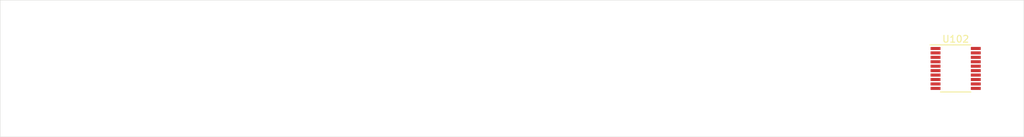
<source format=kicad_pcb>
(kicad_pcb (version 20171130) (host pcbnew 5.1.4-e60b266~84~ubuntu19.04.1)

  (general
    (thickness 1.6)
    (drawings 4)
    (tracks 0)
    (zones 0)
    (modules 1)
    (nets 20)
  )

  (page A4)
  (layers
    (0 F.Cu signal)
    (31 B.Cu signal)
    (32 B.Adhes user)
    (33 F.Adhes user)
    (34 B.Paste user)
    (35 F.Paste user)
    (36 B.SilkS user)
    (37 F.SilkS user)
    (38 B.Mask user)
    (39 F.Mask user)
    (40 Dwgs.User user)
    (41 Cmts.User user)
    (42 Eco1.User user)
    (43 Eco2.User user)
    (44 Edge.Cuts user)
    (45 Margin user)
    (46 B.CrtYd user)
    (47 F.CrtYd user)
    (48 B.Fab user)
    (49 F.Fab user)
  )

  (setup
    (last_trace_width 0.25)
    (trace_clearance 0.2)
    (zone_clearance 0.508)
    (zone_45_only no)
    (trace_min 0.2)
    (via_size 0.8)
    (via_drill 0.4)
    (via_min_size 0.4)
    (via_min_drill 0.3)
    (uvia_size 0.3)
    (uvia_drill 0.1)
    (uvias_allowed no)
    (uvia_min_size 0.2)
    (uvia_min_drill 0.1)
    (edge_width 0.05)
    (segment_width 0.2)
    (pcb_text_width 0.3)
    (pcb_text_size 1.5 1.5)
    (mod_edge_width 0.12)
    (mod_text_size 1 1)
    (mod_text_width 0.15)
    (pad_size 1.524 1.524)
    (pad_drill 0.762)
    (pad_to_mask_clearance 0.051)
    (solder_mask_min_width 0.25)
    (aux_axis_origin 0 0)
    (visible_elements FFFFEF7F)
    (pcbplotparams
      (layerselection 0x010fc_ffffffff)
      (usegerberextensions false)
      (usegerberattributes false)
      (usegerberadvancedattributes false)
      (creategerberjobfile false)
      (excludeedgelayer true)
      (linewidth 0.152400)
      (plotframeref false)
      (viasonmask false)
      (mode 1)
      (useauxorigin false)
      (hpglpennumber 1)
      (hpglpenspeed 20)
      (hpglpendiameter 15.000000)
      (psnegative false)
      (psa4output false)
      (plotreference true)
      (plotvalue true)
      (plotinvisibletext false)
      (padsonsilk false)
      (subtractmaskfromsilk false)
      (outputformat 1)
      (mirror false)
      (drillshape 1)
      (scaleselection 1)
      (outputdirectory ""))
  )

  (net 0 "")
  (net 1 "Net-(U102-Pad20)")
  (net 2 "Net-(U102-Pad19)")
  (net 3 "/ROW5(TIM1C2)")
  (net 4 "/ROW4(TIM1C2)")
  (net 5 +3V0)
  (net 6 GND)
  (net 7 "Net-(U102-Pad14)")
  (net 8 "/ROW3(TIM3C2)")
  (net 9 "/ROW2(TIM3C1)")
  (net 10 "Net-(U102-Pad11)")
  (net 11 "/ROW1(TIM14C1)")
  (net 12 "Net-(U102-Pad9)")
  (net 13 "Net-(U102-Pad8)")
  (net 14 "Net-(U102-Pad7)")
  (net 15 "Net-(U102-Pad6)")
  (net 16 "Net-(U102-Pad4)")
  (net 17 "Net-(U102-Pad3)")
  (net 18 "Net-(U102-Pad2)")
  (net 19 "Net-(U102-Pad1)")

  (net_class Default "This is the default net class."
    (clearance 0.2)
    (trace_width 0.25)
    (via_dia 0.8)
    (via_drill 0.4)
    (uvia_dia 0.3)
    (uvia_drill 0.1)
    (add_net +3V0)
    (add_net "/ROW1(TIM14C1)")
    (add_net "/ROW2(TIM3C1)")
    (add_net "/ROW3(TIM3C2)")
    (add_net "/ROW4(TIM1C2)")
    (add_net "/ROW5(TIM1C2)")
    (add_net GND)
    (add_net "Net-(U102-Pad1)")
    (add_net "Net-(U102-Pad11)")
    (add_net "Net-(U102-Pad14)")
    (add_net "Net-(U102-Pad19)")
    (add_net "Net-(U102-Pad2)")
    (add_net "Net-(U102-Pad20)")
    (add_net "Net-(U102-Pad3)")
    (add_net "Net-(U102-Pad4)")
    (add_net "Net-(U102-Pad6)")
    (add_net "Net-(U102-Pad7)")
    (add_net "Net-(U102-Pad8)")
    (add_net "Net-(U102-Pad9)")
  )

  (module Package_SO:TSSOP-20_4.4x6.5mm_P0.65mm (layer F.Cu) (tedit 5A02F25C) (tstamp 5D8CD915)
    (at 210 130)
    (descr "20-Lead Plastic Thin Shrink Small Outline (ST)-4.4 mm Body [TSSOP] (see Microchip Packaging Specification 00000049BS.pdf)")
    (tags "SSOP 0.65")
    (path /5D87B444)
    (attr smd)
    (fp_text reference U102 (at 0 -4.3) (layer F.SilkS)
      (effects (font (size 1 1) (thickness 0.15)))
    )
    (fp_text value STM32F030F4Px (at 0 4.3) (layer F.Fab)
      (effects (font (size 1 1) (thickness 0.15)))
    )
    (fp_text user %R (at 0 0) (layer F.Fab)
      (effects (font (size 0.8 0.8) (thickness 0.15)))
    )
    (fp_line (start -3.75 -3.45) (end 2.225 -3.45) (layer F.SilkS) (width 0.15))
    (fp_line (start -2.225 3.45) (end 2.225 3.45) (layer F.SilkS) (width 0.15))
    (fp_line (start -3.95 3.55) (end 3.95 3.55) (layer F.CrtYd) (width 0.05))
    (fp_line (start -3.95 -3.55) (end 3.95 -3.55) (layer F.CrtYd) (width 0.05))
    (fp_line (start 3.95 -3.55) (end 3.95 3.55) (layer F.CrtYd) (width 0.05))
    (fp_line (start -3.95 -3.55) (end -3.95 3.55) (layer F.CrtYd) (width 0.05))
    (fp_line (start -2.2 -2.25) (end -1.2 -3.25) (layer F.Fab) (width 0.15))
    (fp_line (start -2.2 3.25) (end -2.2 -2.25) (layer F.Fab) (width 0.15))
    (fp_line (start 2.2 3.25) (end -2.2 3.25) (layer F.Fab) (width 0.15))
    (fp_line (start 2.2 -3.25) (end 2.2 3.25) (layer F.Fab) (width 0.15))
    (fp_line (start -1.2 -3.25) (end 2.2 -3.25) (layer F.Fab) (width 0.15))
    (pad 20 smd rect (at 2.95 -2.925) (size 1.45 0.45) (layers F.Cu F.Paste F.Mask)
      (net 1 "Net-(U102-Pad20)"))
    (pad 19 smd rect (at 2.95 -2.275) (size 1.45 0.45) (layers F.Cu F.Paste F.Mask)
      (net 2 "Net-(U102-Pad19)"))
    (pad 18 smd rect (at 2.95 -1.625) (size 1.45 0.45) (layers F.Cu F.Paste F.Mask)
      (net 3 "/ROW5(TIM1C2)"))
    (pad 17 smd rect (at 2.95 -0.975) (size 1.45 0.45) (layers F.Cu F.Paste F.Mask)
      (net 4 "/ROW4(TIM1C2)"))
    (pad 16 smd rect (at 2.95 -0.325) (size 1.45 0.45) (layers F.Cu F.Paste F.Mask)
      (net 5 +3V0))
    (pad 15 smd rect (at 2.95 0.325) (size 1.45 0.45) (layers F.Cu F.Paste F.Mask)
      (net 6 GND))
    (pad 14 smd rect (at 2.95 0.975) (size 1.45 0.45) (layers F.Cu F.Paste F.Mask)
      (net 7 "Net-(U102-Pad14)"))
    (pad 13 smd rect (at 2.95 1.625) (size 1.45 0.45) (layers F.Cu F.Paste F.Mask)
      (net 8 "/ROW3(TIM3C2)"))
    (pad 12 smd rect (at 2.95 2.275) (size 1.45 0.45) (layers F.Cu F.Paste F.Mask)
      (net 9 "/ROW2(TIM3C1)"))
    (pad 11 smd rect (at 2.95 2.925) (size 1.45 0.45) (layers F.Cu F.Paste F.Mask)
      (net 10 "Net-(U102-Pad11)"))
    (pad 10 smd rect (at -2.95 2.925) (size 1.45 0.45) (layers F.Cu F.Paste F.Mask)
      (net 11 "/ROW1(TIM14C1)"))
    (pad 9 smd rect (at -2.95 2.275) (size 1.45 0.45) (layers F.Cu F.Paste F.Mask)
      (net 12 "Net-(U102-Pad9)"))
    (pad 8 smd rect (at -2.95 1.625) (size 1.45 0.45) (layers F.Cu F.Paste F.Mask)
      (net 13 "Net-(U102-Pad8)"))
    (pad 7 smd rect (at -2.95 0.975) (size 1.45 0.45) (layers F.Cu F.Paste F.Mask)
      (net 14 "Net-(U102-Pad7)"))
    (pad 6 smd rect (at -2.95 0.325) (size 1.45 0.45) (layers F.Cu F.Paste F.Mask)
      (net 15 "Net-(U102-Pad6)"))
    (pad 5 smd rect (at -2.95 -0.325) (size 1.45 0.45) (layers F.Cu F.Paste F.Mask)
      (net 5 +3V0))
    (pad 4 smd rect (at -2.95 -0.975) (size 1.45 0.45) (layers F.Cu F.Paste F.Mask)
      (net 16 "Net-(U102-Pad4)"))
    (pad 3 smd rect (at -2.95 -1.625) (size 1.45 0.45) (layers F.Cu F.Paste F.Mask)
      (net 17 "Net-(U102-Pad3)"))
    (pad 2 smd rect (at -2.95 -2.275) (size 1.45 0.45) (layers F.Cu F.Paste F.Mask)
      (net 18 "Net-(U102-Pad2)"))
    (pad 1 smd rect (at -2.95 -2.925) (size 1.45 0.45) (layers F.Cu F.Paste F.Mask)
      (net 19 "Net-(U102-Pad1)"))
    (model ${KISYS3DMOD}/Package_SO.3dshapes/TSSOP-20_4.4x6.5mm_P0.65mm.wrl
      (at (xyz 0 0 0))
      (scale (xyz 1 1 1))
      (rotate (xyz 0 0 0))
    )
  )

  (gr_line (start 70 120) (end 70 140) (layer Edge.Cuts) (width 0.05) (tstamp 5D8CD8CD))
  (gr_line (start 220 120) (end 70 120) (layer Edge.Cuts) (width 0.05))
  (gr_line (start 220 140) (end 220 120) (layer Edge.Cuts) (width 0.05))
  (gr_line (start 70 140) (end 220 140) (layer Edge.Cuts) (width 0.05))

)

</source>
